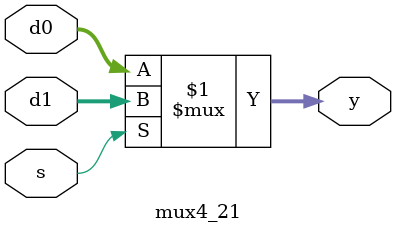
<source format=sv>
`timescale 1ns / 1ps


module mux4_21(input  logic [3:0] d0, d1, 
            input  logic       s,
            output logic [3:0] y);
   assign y = s ? d1 : d0; 
endmodule


</source>
